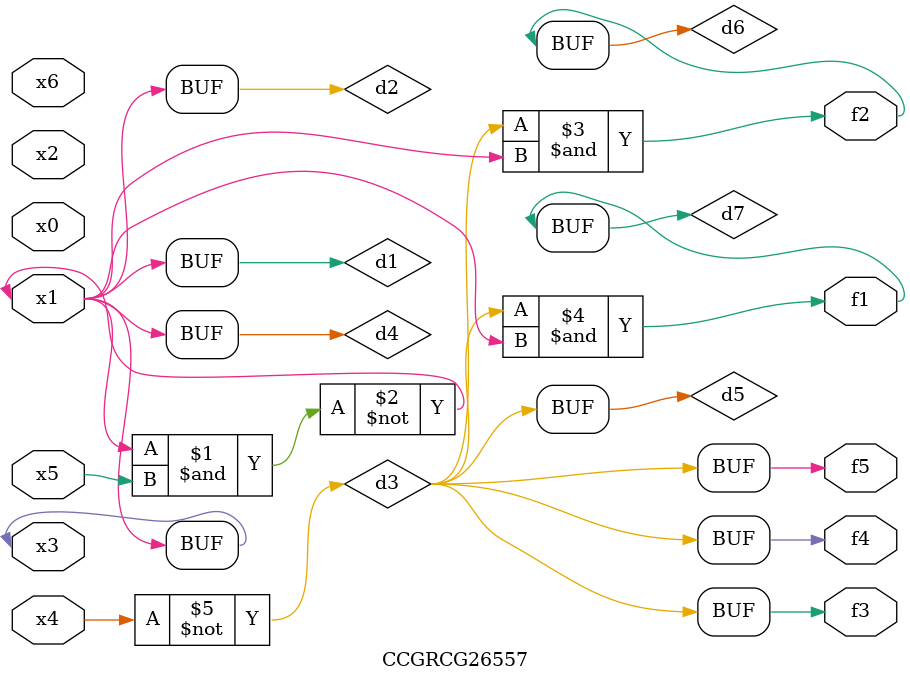
<source format=v>
module CCGRCG26557(
	input x0, x1, x2, x3, x4, x5, x6,
	output f1, f2, f3, f4, f5
);

	wire d1, d2, d3, d4, d5, d6, d7;

	buf (d1, x1, x3);
	nand (d2, x1, x5);
	not (d3, x4);
	buf (d4, d1, d2);
	buf (d5, d3);
	and (d6, d3, d4);
	and (d7, d3, d4);
	assign f1 = d7;
	assign f2 = d6;
	assign f3 = d5;
	assign f4 = d5;
	assign f5 = d5;
endmodule

</source>
